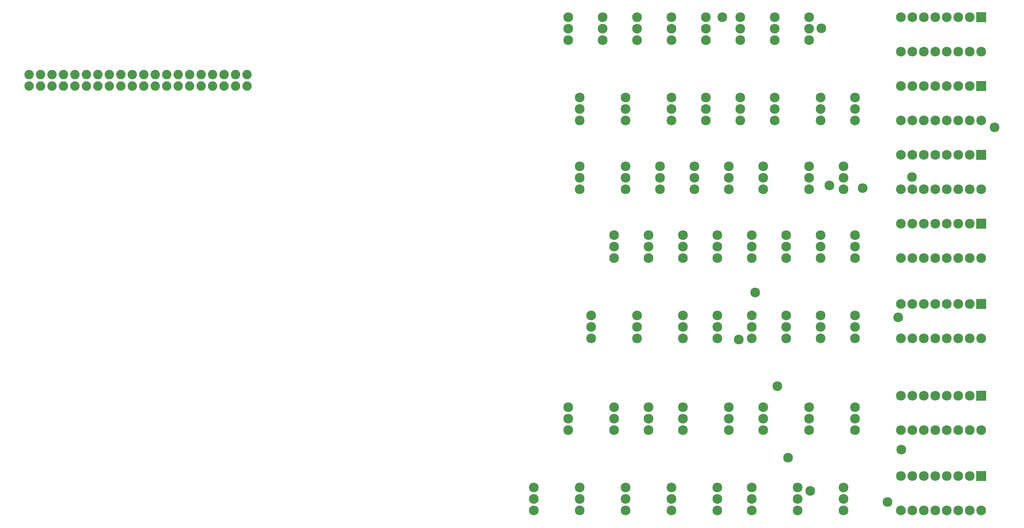
<source format=gbs>
G04 MADE WITH FRITZING*
G04 WWW.FRITZING.ORG*
G04 SINGLE SIDED*
G04 HOLES NOT PLATED*
G04 CONTOUR ON CENTER OF CONTOUR VECTOR*
%ASAXBY*%
%FSLAX23Y23*%
%MOIN*%
%OFA0B0*%
%SFA1.0B1.0*%
%ADD10C,0.085000*%
%ADD11C,0.081889*%
%ADD12C,0.081917*%
%ADD13R,0.085000X0.085000*%
%LNMASK0*%
G90*
G70*
G54D10*
X8678Y6668D03*
X8678Y6368D03*
X8578Y6668D03*
X8578Y6368D03*
X8478Y6668D03*
X8478Y6368D03*
X8378Y6668D03*
X8378Y6368D03*
X8278Y6668D03*
X8278Y6368D03*
X8178Y6668D03*
X8178Y6368D03*
X8078Y6668D03*
X8078Y6368D03*
X7978Y6668D03*
X7978Y6368D03*
X8678Y5468D03*
X8678Y5168D03*
X8578Y5468D03*
X8578Y5168D03*
X8478Y5468D03*
X8478Y5168D03*
X8378Y5468D03*
X8378Y5168D03*
X8278Y5468D03*
X8278Y5168D03*
X8178Y5468D03*
X8178Y5168D03*
X8078Y5468D03*
X8078Y5168D03*
X7978Y5468D03*
X7978Y5168D03*
X8678Y4868D03*
X8678Y4568D03*
X8578Y4868D03*
X8578Y4568D03*
X8478Y4868D03*
X8478Y4568D03*
X8378Y4868D03*
X8378Y4568D03*
X8278Y4868D03*
X8278Y4568D03*
X8178Y4868D03*
X8178Y4568D03*
X8078Y4868D03*
X8078Y4568D03*
X7978Y4868D03*
X7978Y4568D03*
X8678Y6068D03*
X8678Y5768D03*
X8578Y6068D03*
X8578Y5768D03*
X8478Y6068D03*
X8478Y5768D03*
X8378Y6068D03*
X8378Y5768D03*
X8278Y6068D03*
X8278Y5768D03*
X8178Y6068D03*
X8178Y5768D03*
X8078Y6068D03*
X8078Y5768D03*
X7978Y6068D03*
X7978Y5768D03*
X8678Y4168D03*
X8678Y3868D03*
X8578Y4168D03*
X8578Y3868D03*
X8478Y4168D03*
X8478Y3868D03*
X8378Y4168D03*
X8378Y3868D03*
X8278Y4168D03*
X8278Y3868D03*
X8178Y4168D03*
X8178Y3868D03*
X8078Y4168D03*
X8078Y3868D03*
X7978Y4168D03*
X7978Y3868D03*
X8678Y2668D03*
X8678Y2368D03*
X8578Y2668D03*
X8578Y2368D03*
X8478Y2668D03*
X8478Y2368D03*
X8378Y2668D03*
X8378Y2368D03*
X8278Y2668D03*
X8278Y2368D03*
X8178Y2668D03*
X8178Y2368D03*
X8078Y2668D03*
X8078Y2368D03*
X7978Y2668D03*
X7978Y2368D03*
X5078Y6668D03*
X5078Y6568D03*
X5078Y6468D03*
X6478Y3268D03*
X6478Y3168D03*
X6478Y3068D03*
X7178Y3268D03*
X7178Y3168D03*
X7178Y3068D03*
X7578Y3268D03*
X7578Y3168D03*
X7578Y3068D03*
X6778Y3268D03*
X6778Y3168D03*
X6778Y3068D03*
X7078Y2568D03*
X7078Y2468D03*
X7078Y2368D03*
X6678Y2568D03*
X6678Y2468D03*
X6678Y2368D03*
X6378Y2568D03*
X6378Y2468D03*
X6378Y2368D03*
X7478Y2568D03*
X7478Y2468D03*
X7478Y2368D03*
X6078Y4768D03*
X6078Y4668D03*
X6078Y4568D03*
X5978Y2568D03*
X5978Y2468D03*
X5978Y2368D03*
X5978Y6668D03*
X5978Y6568D03*
X5978Y6468D03*
X5878Y5368D03*
X5878Y5268D03*
X5878Y5168D03*
X5178Y2568D03*
X5178Y2468D03*
X5178Y2368D03*
X5578Y2568D03*
X5578Y2468D03*
X5578Y2368D03*
X6078Y4068D03*
X6078Y3968D03*
X6078Y3868D03*
X6078Y3268D03*
X6078Y3168D03*
X6078Y3068D03*
X5778Y3268D03*
X5778Y3168D03*
X5778Y3068D03*
X6278Y5968D03*
X6278Y5868D03*
X6278Y5768D03*
X6178Y5368D03*
X6178Y5268D03*
X6178Y5168D03*
X6378Y4068D03*
X6378Y3968D03*
X6378Y3868D03*
X6378Y4768D03*
X6378Y4668D03*
X6378Y4568D03*
X6278Y6668D03*
X6278Y6568D03*
X6278Y6468D03*
X4778Y2568D03*
X4778Y2468D03*
X4778Y2368D03*
X5078Y3268D03*
X5078Y3168D03*
X5078Y3068D03*
X5378Y6668D03*
X5378Y6568D03*
X5378Y6468D03*
X5178Y5968D03*
X5178Y5868D03*
X5178Y5768D03*
X5178Y5368D03*
X5178Y5268D03*
X5178Y5168D03*
X5778Y4768D03*
X5778Y4668D03*
X5778Y4568D03*
X5978Y5968D03*
X5978Y5868D03*
X5978Y5768D03*
X5578Y5368D03*
X5578Y5268D03*
X5578Y5168D03*
X5478Y3268D03*
X5478Y3168D03*
X5478Y3068D03*
X5478Y4768D03*
X5478Y4668D03*
X5478Y4568D03*
X5278Y4068D03*
X5278Y3968D03*
X5278Y3868D03*
X5678Y4068D03*
X5678Y3968D03*
X5678Y3868D03*
X5578Y5968D03*
X5578Y5868D03*
X5578Y5768D03*
X8678Y3368D03*
X8678Y3068D03*
X8578Y3368D03*
X8578Y3068D03*
X8478Y3368D03*
X8478Y3068D03*
X8378Y3368D03*
X8378Y3068D03*
X8278Y3368D03*
X8278Y3068D03*
X8178Y3368D03*
X8178Y3068D03*
X8078Y3368D03*
X8078Y3068D03*
X7978Y3368D03*
X7978Y3068D03*
X7278Y4068D03*
X7278Y3968D03*
X7278Y3868D03*
X6778Y5368D03*
X6778Y5268D03*
X6778Y5168D03*
X6878Y5968D03*
X6878Y5868D03*
X6878Y5768D03*
X6478Y5368D03*
X6478Y5268D03*
X6478Y5168D03*
X7278Y5968D03*
X7278Y5868D03*
X7278Y5768D03*
X6578Y5968D03*
X6578Y5868D03*
X6578Y5768D03*
X7578Y5968D03*
X7578Y5868D03*
X7578Y5768D03*
X6578Y6668D03*
X6578Y6568D03*
X6578Y6468D03*
X7178Y6668D03*
X7178Y6568D03*
X7178Y6468D03*
X6878Y6668D03*
X6878Y6568D03*
X6878Y6468D03*
X5678Y6668D03*
X5678Y6568D03*
X5678Y6468D03*
X6978Y4768D03*
X6978Y4668D03*
X6978Y4568D03*
X7578Y4068D03*
X7578Y3968D03*
X7578Y3868D03*
X6978Y4068D03*
X6978Y3968D03*
X6978Y3868D03*
X6678Y4068D03*
X6678Y3968D03*
X6678Y3868D03*
X7178Y5368D03*
X7178Y5268D03*
X7178Y5168D03*
X7478Y5368D03*
X7478Y5268D03*
X7478Y5168D03*
X7578Y4768D03*
X7578Y4668D03*
X7578Y4568D03*
X7278Y4768D03*
X7278Y4668D03*
X7278Y4568D03*
X6678Y4768D03*
X6678Y4668D03*
X6678Y4568D03*
G54D11*
X378Y6068D03*
X478Y6068D03*
X578Y6068D03*
X678Y6068D03*
G54D12*
X778Y6068D03*
G54D11*
X878Y6068D03*
X978Y6068D03*
X1078Y6068D03*
X1178Y6068D03*
G54D12*
X1278Y6068D03*
G54D11*
X1378Y6068D03*
G54D12*
X1478Y6068D03*
G54D11*
X1578Y6068D03*
X1678Y6068D03*
X1778Y6068D03*
X1878Y6068D03*
G54D12*
X1978Y6068D03*
G54D11*
X2078Y6068D03*
X2178Y6068D03*
X2278Y6068D03*
X2278Y6168D03*
X2178Y6168D03*
X2078Y6168D03*
G54D12*
X1978Y6168D03*
G54D11*
X1878Y6168D03*
X1778Y6168D03*
X1678Y6168D03*
X1578Y6168D03*
G54D12*
X1478Y6168D03*
G54D11*
X1378Y6168D03*
G54D12*
X1278Y6168D03*
G54D11*
X1178Y6168D03*
X1078Y6168D03*
X978Y6168D03*
X878Y6168D03*
G54D12*
X778Y6168D03*
G54D11*
X678Y6168D03*
X578Y6168D03*
X478Y6168D03*
X378Y6168D03*
G54D10*
X7860Y2444D03*
X7980Y2900D03*
X7644Y5180D03*
X7356Y5204D03*
X7284Y6572D03*
X6420Y6668D03*
X8076Y5276D03*
X8796Y5708D03*
X6708Y4268D03*
X6564Y3860D03*
X7956Y4052D03*
X6900Y3452D03*
X6996Y2828D03*
X7188Y2540D03*
G54D13*
X8678Y6668D03*
X8678Y5468D03*
X8678Y4868D03*
X8678Y6068D03*
X8678Y4168D03*
X8678Y2668D03*
X8678Y3368D03*
G04 End of Mask0*
M02*
</source>
